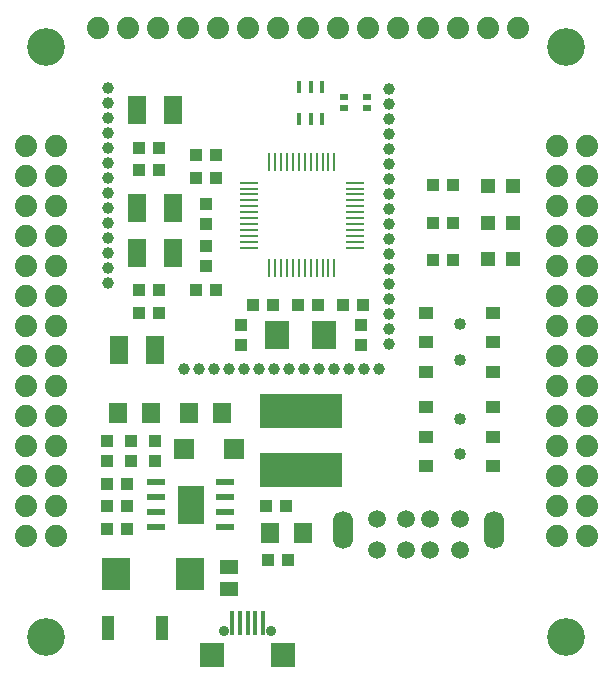
<source format=gts>
G04 (created by PCBNEW (2013-07-07 BZR 4022)-stable) date 2015/3/10 10:19:11*
%MOIN*%
G04 Gerber Fmt 3.4, Leading zero omitted, Abs format*
%FSLAX34Y34*%
G01*
G70*
G90*
G04 APERTURE LIST*
%ADD10C,0.00590551*%
%ADD11R,0.00984252X0.0649606*%
%ADD12R,0.0649606X0.00984252*%
%ADD13R,0.275591X0.11811*%
%ADD14R,0.059X0.0511*%
%ADD15R,0.0629X0.0708*%
%ADD16R,0.015748X0.0393701*%
%ADD17R,0.016X0.0787402*%
%ADD18R,0.081X0.081*%
%ADD19C,0.0354331*%
%ADD20C,0.126*%
%ADD21R,0.0629921X0.023622*%
%ADD22R,0.0905512X0.129921*%
%ADD23R,0.0255906X0.019685*%
%ADD24R,0.0452X0.0393*%
%ADD25C,0.04*%
%ADD26R,0.0433X0.0393*%
%ADD27R,0.0393X0.0433*%
%ADD28R,0.0472X0.0472*%
%ADD29R,0.0787402X0.0944882*%
%ADD30R,0.0944X0.1102*%
%ADD31R,0.0629X0.0944*%
%ADD32R,0.0669291X0.0669291*%
%ADD33C,0.0393701*%
%ADD34C,0.074*%
%ADD35C,0.0590551*%
%ADD36O,0.0669291X0.125984*%
%ADD37R,0.0393701X0.0787402*%
G04 APERTURE END LIST*
G54D10*
G54D11*
X39723Y-39271D03*
X39920Y-39271D03*
X40117Y-39271D03*
X40314Y-39271D03*
X40511Y-39271D03*
X40707Y-39271D03*
X40904Y-39271D03*
X41101Y-39271D03*
X41298Y-39271D03*
X41495Y-39271D03*
X41692Y-39271D03*
X41888Y-39271D03*
G54D12*
X42577Y-38582D03*
X42577Y-38385D03*
X42577Y-38188D03*
X42577Y-37992D03*
X42577Y-37795D03*
X42577Y-37598D03*
X42577Y-37401D03*
X42577Y-37204D03*
X42577Y-37007D03*
X42577Y-36811D03*
X42577Y-36614D03*
X42577Y-36417D03*
G54D11*
X41888Y-35728D03*
X41692Y-35728D03*
X41495Y-35728D03*
X41298Y-35728D03*
X41101Y-35728D03*
X40904Y-35728D03*
X40707Y-35728D03*
X40511Y-35728D03*
X40314Y-35728D03*
X40117Y-35728D03*
X39920Y-35728D03*
X39723Y-35728D03*
G54D12*
X39034Y-36417D03*
X39034Y-36614D03*
X39034Y-36811D03*
X39034Y-37007D03*
X39034Y-37204D03*
X39034Y-37401D03*
X39034Y-37598D03*
X39034Y-37795D03*
X39034Y-37992D03*
X39034Y-38188D03*
X39034Y-38385D03*
X39034Y-38582D03*
G54D13*
X40793Y-45984D03*
X40793Y-44015D03*
G54D14*
X38385Y-49980D03*
X38385Y-49232D03*
G54D15*
X34685Y-44094D03*
X35787Y-44094D03*
X38151Y-44100D03*
X37049Y-44100D03*
X39749Y-48100D03*
X40851Y-48100D03*
G54D16*
X41100Y-34283D03*
X41493Y-34283D03*
X41493Y-33220D03*
X41100Y-33220D03*
X40706Y-33220D03*
X40706Y-34283D03*
G54D17*
X38480Y-51090D03*
X38740Y-51090D03*
X39000Y-51090D03*
X39260Y-51090D03*
X39520Y-51090D03*
G54D18*
X37818Y-52150D03*
X40181Y-52150D03*
G54D19*
X38212Y-51362D03*
X39787Y-51362D03*
G54D20*
X49606Y-51574D03*
X49606Y-31889D03*
G54D21*
X38250Y-47900D03*
X38250Y-47400D03*
X38250Y-46900D03*
X38250Y-46400D03*
X35950Y-46400D03*
X35950Y-46900D03*
X35950Y-47400D03*
X35950Y-47900D03*
G54D22*
X37100Y-47150D03*
G54D23*
X42974Y-33572D03*
X42974Y-33927D03*
X42225Y-33927D03*
X42225Y-33572D03*
G54D24*
X44950Y-45865D03*
X44950Y-44881D03*
X44950Y-43897D03*
X47174Y-45865D03*
X47174Y-44881D03*
X47174Y-43897D03*
G54D25*
X46062Y-45472D03*
X46062Y-44290D03*
G54D26*
X35100Y-45016D03*
X35100Y-45684D03*
X37606Y-39184D03*
X37606Y-38516D03*
X34300Y-45016D03*
X34300Y-45684D03*
X37606Y-37116D03*
X37606Y-37784D03*
X35900Y-45684D03*
X35900Y-45016D03*
G54D27*
X45166Y-36500D03*
X45834Y-36500D03*
X37940Y-36250D03*
X37272Y-36250D03*
X34984Y-47200D03*
X34316Y-47200D03*
X45166Y-37750D03*
X45834Y-37750D03*
X41346Y-40500D03*
X40678Y-40500D03*
X45166Y-39000D03*
X45834Y-39000D03*
G54D28*
X47012Y-36525D03*
X47838Y-36525D03*
X47012Y-37775D03*
X47838Y-37775D03*
X47012Y-38975D03*
X47838Y-38975D03*
G54D29*
X39975Y-41500D03*
X41550Y-41500D03*
G54D30*
X37090Y-49450D03*
X34610Y-49450D03*
G54D31*
X35316Y-38750D03*
X36496Y-38750D03*
X34716Y-42000D03*
X35896Y-42000D03*
X35316Y-37250D03*
X36496Y-37250D03*
X35316Y-34000D03*
X36496Y-34000D03*
G54D27*
X38762Y-41834D03*
X38762Y-41166D03*
X42762Y-41834D03*
X42762Y-41166D03*
G54D26*
X35372Y-36000D03*
X36040Y-36000D03*
X39666Y-49000D03*
X40334Y-49000D03*
X39172Y-40500D03*
X39840Y-40500D03*
X34316Y-46450D03*
X34984Y-46450D03*
X42178Y-40500D03*
X42846Y-40500D03*
X37272Y-40000D03*
X37940Y-40000D03*
X37272Y-35500D03*
X37940Y-35500D03*
X40284Y-47200D03*
X39616Y-47200D03*
X35372Y-40750D03*
X36040Y-40750D03*
X35372Y-40000D03*
X36040Y-40000D03*
X35372Y-35250D03*
X36040Y-35250D03*
X34316Y-47950D03*
X34984Y-47950D03*
G54D32*
X36891Y-45300D03*
X38544Y-45300D03*
G54D33*
X34346Y-33260D03*
X34346Y-33760D03*
X34346Y-34260D03*
X34346Y-34760D03*
X34346Y-35260D03*
X34346Y-35760D03*
X34346Y-36260D03*
X34346Y-36760D03*
X34346Y-37260D03*
X34346Y-37760D03*
X34346Y-38260D03*
X34346Y-38760D03*
X34346Y-39260D03*
X34346Y-39760D03*
X43372Y-42640D03*
X42872Y-42640D03*
X42372Y-42640D03*
X41872Y-42640D03*
X41372Y-42640D03*
X40872Y-42640D03*
X40372Y-42640D03*
X39872Y-42640D03*
X39372Y-42640D03*
X38872Y-42640D03*
X38372Y-42640D03*
X37872Y-42640D03*
X37372Y-42640D03*
X36872Y-42640D03*
G54D24*
X44950Y-42716D03*
X44950Y-41732D03*
X44950Y-40748D03*
X47174Y-42716D03*
X47174Y-41732D03*
X47174Y-40748D03*
G54D25*
X46062Y-42323D03*
X46062Y-41141D03*
G54D20*
X32283Y-31889D03*
X32283Y-51574D03*
G54D34*
X37000Y-31250D03*
X38000Y-31250D03*
X39000Y-31250D03*
X40000Y-31250D03*
X41000Y-31250D03*
X42000Y-31250D03*
X43000Y-31250D03*
X44000Y-31250D03*
X45000Y-31250D03*
X46000Y-31250D03*
X47000Y-31250D03*
X48000Y-31250D03*
G54D35*
X44291Y-48661D03*
X45078Y-48661D03*
X44291Y-47637D03*
X45078Y-47637D03*
X43307Y-47637D03*
X43307Y-48661D03*
X46062Y-47637D03*
X46062Y-48661D03*
G54D36*
X42165Y-47992D03*
X47204Y-47992D03*
G54D34*
X49300Y-41200D03*
X50300Y-41200D03*
X49300Y-42200D03*
X50300Y-42200D03*
X49300Y-43200D03*
X50300Y-43200D03*
X49300Y-44200D03*
X50300Y-44200D03*
X49300Y-45200D03*
X50300Y-45200D03*
X49300Y-46200D03*
X50300Y-46200D03*
X49300Y-47200D03*
X50300Y-47200D03*
X49300Y-48200D03*
X50300Y-48200D03*
G54D37*
X36155Y-51250D03*
X34344Y-51250D03*
G54D34*
X31600Y-35200D03*
X32600Y-35200D03*
X31600Y-36200D03*
X32600Y-36200D03*
X31600Y-37200D03*
X32600Y-37200D03*
X31600Y-38200D03*
X32600Y-38200D03*
X31600Y-39200D03*
X32600Y-39200D03*
X31600Y-40200D03*
X32600Y-40200D03*
X31600Y-41200D03*
X32600Y-41200D03*
X32600Y-48200D03*
X31600Y-48200D03*
X32600Y-47200D03*
X31600Y-47200D03*
X32600Y-46200D03*
X31600Y-46200D03*
X32600Y-45200D03*
X31600Y-45200D03*
X32600Y-44200D03*
X31600Y-44200D03*
X32600Y-43200D03*
X31600Y-43200D03*
X32600Y-42200D03*
X31600Y-42200D03*
X49300Y-35200D03*
X50300Y-35200D03*
X49300Y-36200D03*
X50300Y-36200D03*
X49300Y-37200D03*
X50300Y-37200D03*
X49300Y-38200D03*
X50300Y-38200D03*
X49300Y-39200D03*
X50300Y-39200D03*
X49300Y-40200D03*
X50300Y-40200D03*
X34000Y-31250D03*
X35000Y-31250D03*
X36000Y-31250D03*
G54D33*
X43725Y-33290D03*
X43725Y-33790D03*
X43725Y-34290D03*
X43725Y-34790D03*
X43725Y-35290D03*
X43725Y-35790D03*
X43725Y-36290D03*
X43725Y-36790D03*
X43725Y-37290D03*
X43725Y-37790D03*
X43725Y-38290D03*
X43725Y-38790D03*
X43725Y-39290D03*
X43725Y-39790D03*
X43725Y-40290D03*
X43725Y-40790D03*
X43725Y-41290D03*
X43725Y-41790D03*
M02*

</source>
